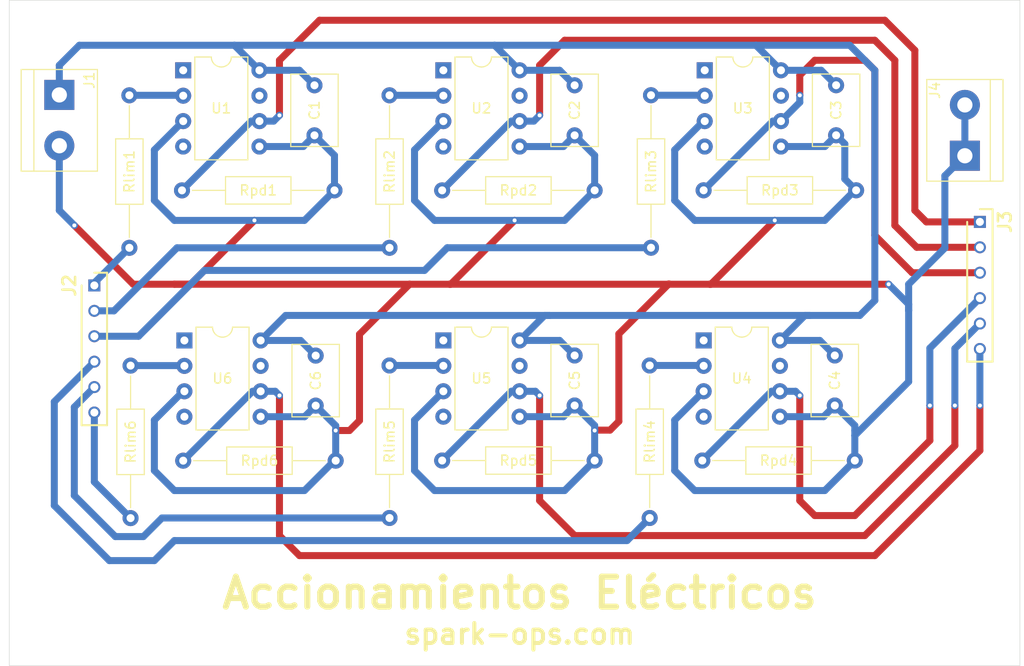
<source format=kicad_pcb>
(kicad_pcb (version 20240108) (generator "pcbnew") (generator_version "8.0")
  (layers (0 "F.Cu" signal) (31 "B.Cu" signal) (34 "B.Paste" user) (35 "F.Paste" user) (36 "B.SilkS" user "B.Silkscreen") (37 "F.SilkS" user "F.Silkscreen") (38 "B.Mask" user) (39 "F.Mask" user) (44 "Edge.Cuts" user))
  (net 0 "")
  (net 1 "VDC")
  (net 2 "GND")
  (net 3 "S3")
  (net 4 "S2")
  (net 5 "S1")
  (net 6 "S4")
  (net 7 "S5")
  (net 8 "S6")
  (net 9 "Q1")
  (net 10 "Q5")
  (net 11 "Q2")
  (net 12 "Q4")
  (net 13 "Q3")
  (net 14 "Q6")
  (net 15 "Net-(U1-A)")
  (net 16 "Net-(U2-A)")
  (net 17 "Net-(U3-A)")
  (net 18 "Net-(U4-A)")
  (net 19 "Net-(U5-A)")
  (net 20 "Net-(U6-A)")
  (footprint "Capacitor_THT:C_Rect_L7.0mm_W4.5mm_P5.00mm" (layer "F.Cu") (at 128.989001 99.280699 -90)
    (property "Reference" "C6" (at 2.5 0 90) (layer "F.SilkS"))
    (property "Value" "0.1uF")
    (pad "1" thru_hole circle (at 0 0 270) (size 1.6 1.6) (drill 0.8) (layers "*.Cu" "*.Mask") (net 1 "VDC"))
    (pad "2" thru_hole circle (at 5 0 270) (size 1.6 1.6) (drill 0.8) (layers "*.Cu" "*.Mask") (net 2 "GND"))
  )
  (footprint "Resistor_THT:R_Axial_DIN0207_L6.3mm_D2.5mm_P15.24mm_Horizontal" (layer "F.Cu") (at 141.628335 109.767047)
    (property "Reference" "Rpd5" (at 7.62 0 0) (layer "F.SilkS"))
    (property "Value" "10ohm")
    (pad "1" thru_hole circle (at 0 0) (size 1.6 1.6) (drill 0.8) (layers "*.Cu" "*.Mask") (net 10 "Q5"))
    (pad "2" thru_hole oval (at 15.24 0) (size 1.6 1.6) (drill 0.8) (layers "*.Cu" "*.Mask") (net 2 "GND"))
  )
  (footprint "Resistor_THT:R_Axial_DIN0207_L6.3mm_D2.5mm_P15.24mm_Horizontal" (layer "F.Cu") (at 115.749001 109.780699)
    (property "Reference" "Rpd6" (at 7.62 0 0) (layer "F.SilkS"))
    (property "Value" "10ohm")
    (pad "1" thru_hole circle (at 0 0) (size 1.6 1.6) (drill 0.8) (layers "*.Cu" "*.Mask") (net 14 "Q6"))
    (pad "2" thru_hole oval (at 15.24 0) (size 1.6 1.6) (drill 0.8) (layers "*.Cu" "*.Mask") (net 2 "GND"))
  )
  (footprint "sparkOpsHuellas:ConnSocket6" (layer "F.Cu") (at 106.868335 92.267047 -90)
    (property "Reference" "J2" (at 0 2.5 90) (layer "F.SilkS") (effects (font (size 1.27 1.27) (thickness 0.254))))
    (property "Value" "EntradaSeñales" (hide yes))
    (pad "1" thru_hole rect (at 0 0 270) (size 1.2 1.2) (drill 0.8) (layers "*.Cu" "*.Mask") (net 5 "S1"))
    (pad "2" thru_hole circle (at 2.54 0 270) (size 1.2 1.2) (drill 0.8) (layers "*.Cu" "*.Mask") (net 4 "S2"))
    (pad "3" thru_hole circle (at 5.08 0 270) (size 1.2 1.2) (drill 0.8) (layers "*.Cu" "*.Mask") (net 3 "S3"))
    (pad "4" thru_hole circle (at 7.62 0 270) (size 1.2 1.2) (drill 0.8) (layers "*.Cu" "*.Mask") (net 6 "S4"))
    (pad "5" thru_hole circle (at 10.16 0 270) (size 1.2 1.2) (drill 0.8) (layers "*.Cu" "*.Mask") (net 7 "S5"))
    (pad "6" thru_hole circle (at 12.7 0 270) (size 1.2 1.2) (drill 0.8) (layers "*.Cu" "*.Mask") (net 8 "S6"))
  )
  (footprint "Resistor_THT:R_Axial_DIN0207_L6.3mm_D2.5mm_P15.24mm_Horizontal" (layer "F.Cu") (at 110.368335 88.507047 90)
    (property "Reference" "Rlim1" (at 7.62 0 90) (layer "F.SilkS"))
    (property "Value" "100ohm")
    (pad "1" thru_hole circle (at 0 0 90) (size 1.6 1.6) (drill 0.8) (layers "*.Cu" "*.Mask") (net 5 "S1"))
    (pad "2" thru_hole oval (at 15.24 0 90) (size 1.6 1.6) (drill 0.8) (layers "*.Cu" "*.Mask") (net 15 "Net-(U1-A)"))
  )
  (footprint "Package_DIP:DIP-8_W7.62mm" (layer "F.Cu") (at 115.868335 97.767047)
    (property "Reference" "U6" (at 3.8 3.8 0) (layer "F.SilkS"))
    (property "Value" "TLP250")
    (pad "1" thru_hole rect (at 0 0) (size 1.6 1.6) (drill 0.8) (layers "*.Cu" "*.Mask"))
    (pad "2" thru_hole oval (at 0 2.54) (size 1.6 1.6) (drill 0.8) (layers "*.Cu" "*.Mask") (net 20 "Net-(U6-A)"))
    (pad "3" thru_hole oval (at 0 5.08) (size 1.6 1.6) (drill 0.8) (layers "*.Cu" "*.Mask") (net 2 "GND"))
    (pad "4" thru_hole oval (at 0 7.62) (size 1.6 1.6) (drill 0.8) (layers "*.Cu" "*.Mask"))
    (pad "5" thru_hole oval (at 7.62 7.62) (size 1.6 1.6) (drill 0.8) (layers "*.Cu" "*.Mask") (net 2 "GND"))
    (pad "6" thru_hole oval (at 7.62 5.08) (size 1.6 1.6) (drill 0.8) (layers "*.Cu" "*.Mask") (net 14 "Q6"))
    (pad "7" thru_hole oval (at 7.62 2.54) (size 1.6 1.6) (drill 0.8) (layers "*.Cu" "*.Mask"))
    (pad "8" thru_hole oval (at 7.62 0) (size 1.6 1.6) (drill 0.8) (layers "*.Cu" "*.Mask") (net 1 "VDC"))
  )
  (footprint "Resistor_THT:R_Axial_DIN0207_L6.3mm_D2.5mm_P15.24mm_Horizontal" (layer "F.Cu") (at 136.368335 88.507047 90)
    (property "Reference" "Rlim2" (at 7.62 0 90) (layer "F.SilkS"))
    (property "Value" "100ohm")
    (pad "1" thru_hole circle (at 0 0 90) (size 1.6 1.6) (drill 0.8) (layers "*.Cu" "*.Mask") (net 4 "S2"))
    (pad "2" thru_hole oval (at 15.24 0 90) (size 1.6 1.6) (drill 0.8) (layers "*.Cu" "*.Mask") (net 16 "Net-(U2-A)"))
  )
  (footprint "TerminalBlock:TerminalBlock_bornier-2_P5.08mm" (layer "F.Cu") (at 193.868335 79.307047 90)
    (property "Reference" "J4" (at 6.54 -3 90) (layer "F.SilkS"))
    (property "Value" "Tierra")
    (pad "1" thru_hole rect (at 0 0 90) (size 3 3) (drill 1.52) (layers "*.Cu" "*.Mask") (net 2 "GND"))
    (pad "2" thru_hole circle (at 5.08 0 90) (size 3 3) (drill 1.52) (layers "*.Cu" "*.Mask") (net 2 "GND"))
  )
  (footprint "Capacitor_THT:C_Rect_L7.0mm_W4.5mm_P5.00mm" (layer "F.Cu") (at 128.868335 72.267047 -90)
    (property "Reference" "C1" (at 2.5 0 90) (layer "F.SilkS"))
    (property "Value" "0.1uF")
    (pad "1" thru_hole circle (at 0 0 270) (size 1.6 1.6) (drill 0.8) (layers "*.Cu" "*.Mask") (net 1 "VDC"))
    (pad "2" thru_hole circle (at 5 0 270) (size 1.6 1.6) (drill 0.8) (layers "*.Cu" "*.Mask") (net 2 "GND"))
  )
  (footprint "Resistor_THT:R_Axial_DIN0207_L6.3mm_D2.5mm_P15.24mm_Horizontal" (layer "F.Cu") (at 136.368335 115.507047 90)
    (property "Reference" "Rlim5" (at 7.62 0 90) (layer "F.SilkS"))
    (property "Value" "100ohm")
    (pad "1" thru_hole circle (at 0 0 90) (size 1.6 1.6) (drill 0.8) (layers "*.Cu" "*.Mask") (net 7 "S5"))
    (pad "2" thru_hole oval (at 15.24 0 90) (size 1.6 1.6) (drill 0.8) (layers "*.Cu" "*.Mask") (net 19 "Net-(U5-A)"))
  )
  (footprint "sparkOpsHuellas:ConnSocket6" (layer "F.Cu") (at 195.368335 85.917047 -90)
    (property "Reference" "J3" (at 0 -2.5 -90) (layer "F.SilkS") (effects (font (size 1.27 1.27) (thickness 0.254))))
    (property "Value" "SalidaSeñales" (hide yes))
    (pad "1" thru_hole rect (at 0 0 270) (size 1.2 1.2) (drill 0.8) (layers "*.Cu" "*.Mask") (net 9 "Q1"))
    (pad "2" thru_hole circle (at 2.54 0 270) (size 1.2 1.2) (drill 0.8) (layers "*.Cu" "*.Mask") (net 11 "Q2"))
    (pad "3" thru_hole circle (at 5.08 0 270) (size 1.2 1.2) (drill 0.8) (layers "*.Cu" "*.Mask") (net 13 "Q3"))
    (pad "4" thru_hole circle (at 7.62 0 270) (size 1.2 1.2) (drill 0.8) (layers "*.Cu" "*.Mask") (net 12 "Q4"))
    (pad "5" thru_hole circle (at 10.16 0 270) (size 1.2 1.2) (drill 0.8) (layers "*.Cu" "*.Mask") (net 10 "Q5"))
    (pad "6" thru_hole circle (at 12.7 0 270) (size 1.2 1.2) (drill 0.8) (layers "*.Cu" "*.Mask") (net 14 "Q6"))
  )
  (footprint "Package_DIP:DIP-8_W7.62mm" (layer "F.Cu") (at 141.747857 97.763282)
    (property "Reference" "U5" (at 3.8 3.8 0) (layer "F.SilkS"))
    (property "Value" "TLP250")
    (pad "1" thru_hole rect (at 0 0) (size 1.6 1.6) (drill 0.8) (layers "*.Cu" "*.Mask"))
    (pad "2" thru_hole oval (at 0 2.54) (size 1.6 1.6) (drill 0.8) (layers "*.Cu" "*.Mask") (net 19 "Net-(U5-A)"))
    (pad "3" thru_hole oval (at 0 5.08) (size 1.6 1.6) (drill 0.8) (layers "*.Cu" "*.Mask") (net 2 "GND"))
    (pad "4" thru_hole oval (at 0 7.62) (size 1.6 1.6) (drill 0.8) (layers "*.Cu" "*.Mask"))
    (pad "5" thru_hole oval (at 7.62 7.62) (size 1.6 1.6) (drill 0.8) (layers "*.Cu" "*.Mask") (net 2 "GND"))
    (pad "6" thru_hole oval (at 7.62 5.08) (size 1.6 1.6) (drill 0.8) (layers "*.Cu" "*.Mask") (net 10 "Q5"))
    (pad "7" thru_hole oval (at 7.62 2.54) (size 1.6 1.6) (drill 0.8) (layers "*.Cu" "*.Mask"))
    (pad "8" thru_hole oval (at 7.62 0) (size 1.6 1.6) (drill 0.8) (layers "*.Cu" "*.Mask") (net 1 "VDC"))
  )
  (footprint "Resistor_THT:R_Axial_DIN0207_L6.3mm_D2.5mm_P15.24mm_Horizontal" (layer "F.Cu") (at 162.368335 115.507047 90)
    (property "Reference" "Rlim4" (at 7.62 0 90) (layer "F.SilkS"))
    (property "Value" "100ohm")
    (pad "1" thru_hole circle (at 0 0 90) (size 1.6 1.6) (drill 0.8) (layers "*.Cu" "*.Mask") (net 6 "S4"))
    (pad "2" thru_hole oval (at 15.24 0 90) (size 1.6 1.6) (drill 0.8) (layers "*.Cu" "*.Mask") (net 18 "Net-(U4-A)"))
  )
  (footprint "Package_DIP:DIP-8_W7.62mm" (layer "F.Cu") (at 167.868335 70.767047)
    (property "Reference" "U3" (at 3.8 3.8 0) (layer "F.SilkS"))
    (property "Value" "TLP250")
    (pad "1" thru_hole rect (at 0 0) (size 1.6 1.6) (drill 0.8) (layers "*.Cu" "*.Mask"))
    (pad "2" thru_hole oval (at 0 2.54) (size 1.6 1.6) (drill 0.8) (layers "*.Cu" "*.Mask") (net 17 "Net-(U3-A)"))
    (pad "3" thru_hole oval (at 0 5.08) (size 1.6 1.6) (drill 0.8) (layers "*.Cu" "*.Mask") (net 2 "GND"))
    (pad "4" thru_hole oval (at 0 7.62) (size 1.6 1.6) (drill 0.8) (layers "*.Cu" "*.Mask"))
    (pad "5" thru_hole oval (at 7.62 7.62) (size 1.6 1.6) (drill 0.8) (layers "*.Cu" "*.Mask") (net 2 "GND"))
    (pad "6" thru_hole oval (at 7.62 5.08) (size 1.6 1.6) (drill 0.8) (layers "*.Cu" "*.Mask") (net 13 "Q3"))
    (pad "7" thru_hole oval (at 7.62 2.54) (size 1.6 1.6) (drill 0.8) (layers "*.Cu" "*.Mask"))
    (pad "8" thru_hole oval (at 7.62 0) (size 1.6 1.6) (drill 0.8) (layers "*.Cu" "*.Mask") (net 1 "VDC"))
  )
  (footprint "Capacitor_THT:C_Rect_L7.0mm_W4.5mm_P5.00mm" (layer "F.Cu") (at 154.868335 99.267047 -90)
    (property "Reference" "C5" (at 2.5 0 90) (layer "F.SilkS"))
    (property "Value" "0.1uF")
    (pad "1" thru_hole circle (at 0 0 270) (size 1.6 1.6) (drill 0.8) (layers "*.Cu" "*.Mask") (net 1 "VDC"))
    (pad "2" thru_hole circle (at 5 0 270) (size 1.6 1.6) (drill 0.8) (layers "*.Cu" "*.Mask") (net 2 "GND"))
  )
  (footprint "Resistor_THT:R_Axial_DIN0207_L6.3mm_D2.5mm_P15.24mm_Horizontal" (layer "F.Cu") (at 115.628335 82.767047)
    (property "Reference" "Rpd1" (at 7.62 0 0) (layer "F.SilkS"))
    (property "Value" "10ohm")
    (pad "1" thru_hole circle (at 0 0) (size 1.6 1.6) (drill 0.8) (layers "*.Cu" "*.Mask") (net 9 "Q1"))
    (pad "2" thru_hole oval (at 15.24 0) (size 1.6 1.6) (drill 0.8) (layers "*.Cu" "*.Mask") (net 2 "GND"))
  )
  (footprint "Resistor_THT:R_Axial_DIN0207_L6.3mm_D2.5mm_P15.24mm_Horizontal" (layer "F.Cu") (at 141.628335 82.767047)
    (property "Reference" "Rpd2" (at 7.62 0 0) (layer "F.SilkS"))
    (property "Value" "10ohm")
    (pad "1" thru_hole circle (at 0 0) (size 1.6 1.6) (drill 0.8) (layers "*.Cu" "*.Mask") (net 11 "Q2"))
    (pad "2" thru_hole oval (at 15.24 0) (size 1.6 1.6) (drill 0.8) (layers "*.Cu" "*.Mask") (net 2 "GND"))
  )
  (footprint "Package_DIP:DIP-8_W7.62mm" (layer "F.Cu") (at 141.748526 70.76787)
    (property "Reference" "U2" (at 3.8 3.8 0) (layer "F.SilkS"))
    (property "Value" "TLP250")
    (pad "1" thru_hole rect (at 0 0) (size 1.6 1.6) (drill 0.8) (layers "*.Cu" "*.Mask"))
    (pad "2" thru_hole oval (at 0 2.54) (size 1.6 1.6) (drill 0.8) (layers "*.Cu" "*.Mask") (net 16 "Net-(U2-A)"))
    (pad "3" thru_hole oval (at 0 5.08) (size 1.6 1.6) (drill 0.8) (layers "*.Cu" "*.Mask") (net 2 "GND"))
    (pad "4" thru_hole oval (at 0 7.62) (size 1.6 1.6) (drill 0.8) (layers "*.Cu" "*.Mask"))
    (pad "5" thru_hole oval (at 7.62 7.62) (size 1.6 1.6) (drill 0.8) (layers "*.Cu" "*.Mask") (net 2 "GND"))
    (pad "6" thru_hole oval (at 7.62 5.08) (size 1.6 1.6) (drill 0.8) (layers "*.Cu" "*.Mask") (net 11 "Q2"))
    (pad "7" thru_hole oval (at 7.62 2.54) (size 1.6 1.6) (drill 0.8) (layers "*.Cu" "*.Mask"))
    (pad "8" thru_hole oval (at 7.62 0) (size 1.6 1.6) (drill 0.8) (layers "*.Cu" "*.Mask") (net 1 "VDC"))
  )
  (footprint "Package_DIP:DIP-8_W7.62mm" (layer "F.Cu") (at 115.748335 70.767047)
    (property "Reference" "U1" (at 3.8 3.8 0) (layer "F.SilkS"))
    (property "Value" "TLP250")
    (pad "1" thru_hole rect (at 0 0) (size 1.6 1.6) (drill 0.8) (layers "*.Cu" "*.Mask"))
    (pad "2" thru_hole oval (at 0 2.54) (size 1.6 1.6) (drill 0.8) (layers "*.Cu" "*.Mask") (net 15 "Net-(U1-A)"))
    (pad "3" thru_hole oval (at 0 5.08) (size 1.6 1.6) (drill 0.8) (layers "*.Cu" "*.Mask") (net 2 "GND"))
    (pad "4" thru_hole oval (at 0 7.62) (size 1.6 1.6) (drill 0.8) (layers "*.Cu" "*.Mask"))
    (pad "5" thru_hole oval (at 7.62 7.62) (size 1.6 1.6) (drill 0.8) (layers "*.Cu" "*.Mask") (net 2 "GND"))
    (pad "6" thru_hole oval (at 7.62 5.08) (size 1.6 1.6) (drill 0.8) (layers "*.Cu" "*.Mask") (net 9 "Q1"))
    (pad "7" thru_hole oval (at 7.62 2.54) (size 1.6 1.6) (drill 0.8) (layers "*.Cu" "*.Mask"))
    (pad "8" thru_hole oval (at 7.62 0) (size 1.6 1.6) (drill 0.8) (layers "*.Cu" "*.Mask") (net 1 "VDC"))
  )
  (footprint "Capacitor_THT:C_Rect_L7.0mm_W4.5mm_P5.00mm" (layer "F.Cu") (at 154.868335 72.267047 -90)
    (property "Reference" "C2" (at 2.5 0 90) (layer "F.SilkS"))
    (property "Value" "0.1uF")
    (pad "1" thru_hole circle (at 0 0 270) (size 1.6 1.6) (drill 0.8) (layers "*.Cu" "*.Mask") (net 1 "VDC"))
    (pad "2" thru_hole circle (at 5 0 270) (size 1.6 1.6) (drill 0.8) (layers "*.Cu" "*.Mask") (net 2 "GND"))
  )
  (footprint "Package_DIP:DIP-8_W7.62mm" (layer "F.Cu") (at 167.762563 97.763501)
    (property "Reference" "U4" (at 3.8 3.8 0) (layer "F.SilkS"))
    (property "Value" "TLP250")
    (pad "1" thru_hole rect (at 0 0) (size 1.6 1.6) (drill 0.8) (layers "*.Cu" "*.Mask"))
    (pad "2" thru_hole oval (at 0 2.54) (size 1.6 1.6) (drill 0.8) (layers "*.Cu" "*.Mask") (net 18 "Net-(U4-A)"))
    (pad "3" thru_hole oval (at 0 5.08) (size 1.6 1.6) (drill 0.8) (layers "*.Cu" "*.Mask") (net 2 "GND"))
    (pad "4" thru_hole oval (at 0 7.62) (size 1.6 1.6) (drill 0.8) (layers "*.Cu" "*.Mask"))
    (pad "5" thru_hole oval (at 7.62 7.62) (size 1.6 1.6) (drill 0.8) (layers "*.Cu" "*.Mask") (net 2 "GND"))
    (pad "6" thru_hole oval (at 7.62 5.08) (size 1.6 1.6) (drill 0.8) (layers "*.Cu" "*.Mask") (net 12 "Q4"))
    (pad "7" thru_hole oval (at 7.62 2.54) (size 1.6 1.6) (drill 0.8) (layers "*.Cu" "*.Mask"))
    (pad "8" thru_hole oval (at 7.62 0) (size 1.6 1.6) (drill 0.8) (layers "*.Cu" "*.Mask") (net 1 "VDC"))
  )
  (footprint "Resistor_THT:R_Axial_DIN0207_L6.3mm_D2.5mm_P15.24mm_Horizontal" (layer "F.Cu") (at 162.5 88.5 90)
    (property "Reference" "Rlim3" (at 7.62 0 90) (layer "F.SilkS"))
    (property "Value" "100ohm")
    (pad "1" thru_hole circle (at 0 0 90) (size 1.6 1.6) (drill 0.8) (layers "*.Cu" "*.Mask") (net 3 "S3"))
    (pad "2" thru_hole oval (at 15.24 0 90) (size 1.6 1.6) (drill 0.8) (layers "*.Cu" "*.Mask") (net 17 "Net-(U3-A)"))
  )
  (footprint "Resistor_THT:R_Axial_DIN0207_L6.3mm_D2.5mm_P15.24mm_Horizontal" (layer "F.Cu") (at 167.76 82.76)
    (property "Reference" "Rpd3" (at 7.62 0 0) (layer "F.SilkS"))
    (property "Value" "10ohm")
    (pad "1" thru_hole circle (at 0 0) (size 1.6 1.6) (drill 0.8) (layers "*.Cu" "*.Mask") (net 13 "Q3"))
    (pad "2" thru_hole oval (at 15.24 0) (size 1.6 1.6) (drill 0.8) (layers "*.Cu" "*.Mask") (net 2 "GND"))
  )
  (footprint "Capacitor_THT:C_Rect_L7.0mm_W4.5mm_P5.00mm" (layer "F.Cu") (at 180.868335 99.267047 -90)
    (property "Reference" "C4" (at 2.5 0 90) (layer "F.SilkS"))
    (property "Value" "0.1uF")
    (pad "1" thru_hole circle (at 0 0 270) (size 1.6 1.6) (drill 0.8) (layers "*.Cu" "*.Mask") (net 1 "VDC"))
    (pad "2" thru_hole circle (at 5 0 270) (size 1.6 1.6) (drill 0.8) (layers "*.Cu" "*.Mask") (net 2 "GND"))
  )
  (footprint "Resistor_THT:R_Axial_DIN0207_L6.3mm_D2.5mm_P15.24mm_Horizontal" (layer "F.Cu") (at 110.489001 115.520699 90)
    (property "Reference" "Rlim6" (at 7.62 0 90) (layer "F.SilkS"))
    (property "Value" "100ohm")
    (pad "1" thru_hole circle (at 0 0 90) (size 1.6 1.6) (drill 0.8) (layers "*.Cu" "*.Mask") (net 8 "S6"))
    (pad "2" thru_hole oval (at 15.24 0 90) (size 1.6 1.6) (drill 0.8) (layers "*.Cu" "*.Mask") (net 20 "Net-(U6-A)"))
  )
  (footprint "TerminalBlock:TerminalBlock_bornier-2_P5.08mm" (layer "F.Cu") (at 103.368335 73.227047 -90)
    (property "Reference" "J1" (at -1.46 -3 90) (layer "F.SilkS"))
    (property "Value" "Vcc")
    (pad "1" thru_hole rect (at 0 0 270) (size 3 3) (drill 1.52) (layers "*.Cu" "*.Mask") (net 1 "VDC"))
    (pad "2" thru_hole circle (at 5.08 0 270) (size 3 3) (drill 1.52) (layers "*.Cu" "*.Mask") (net 2 "GND"))
  )
  (footprint "Resistor_THT:R_Axial_DIN0207_L6.3mm_D2.5mm_P15.24mm_Horizontal" (layer "F.Cu") (at 167.628335 109.767047)
    (property "Reference" "Rpd4" (at 7.62 0 0) (layer "F.SilkS"))
    (property "Value" "10ohm")
    (pad "1" thru_hole circle (at 0 0) (size 1.6 1.6) (drill 0.8) (layers "*.Cu" "*.Mask") (net 12 "Q4"))
    (pad "2" thru_hole oval (at 15.24 0) (size 1.6 1.6) (drill 0.8) (layers "*.Cu" "*.Mask") (net 2 "GND"))
  )
  (footprint "Capacitor_THT:C_Rect_L7.0mm_W4.5mm_P5.00mm" (layer "F.Cu") (at 181 72.26 -90)
    (property "Reference" "C3" (at 2.5 0 90) (layer "F.SilkS"))
    (property "Value" "0.1uF")
    (pad "1" thru_hole circle (at 0 0 270) (size 1.6 1.6) (drill 0.8) (layers "*.Cu" "*.Mask") (net 1 "VDC"))
    (pad "2" thru_hole circle (at 5 0 270) (size 1.6 1.6) (drill 0.8) (layers "*.Cu" "*.Mask") (net 2 "GND"))
  )
  (gr_rect (start 98.368335 63.767047) (end 199.368335 130.267047) (stroke (width 0.05)) (fill none) (layer "Edge.Cuts"))
  (gr_text "spark-ops.com" (at 149.368335 128.267047 0) (layer "F.SilkS") (effects (font (size 2 2) (thickness 0.4) (bold yes)) (justify bottom)))
  (gr_text "Accionamientos Eléctricos" (at 149.368335 124.767047 0) (layer "F.SilkS") (effects (font (size 3 3) (thickness 0.6) (bold yes)) (justify bottom)))
  (segment (start 175.382563 97.763501) (end 179.364789 97.763501) (width 0.7) (layer "B.Cu") (net 1))
  (segment (start 149.367857 97.763282) (end 153.36457 97.763282) (width 0.7) (layer "B.Cu") (net 1))
  (segment (start 103.368335 73.227047) (end 103.368335 70.267047) (width 0.7) (layer "B.Cu") (net 1))
  (segment (start 127.475349 97.767047) (end 128.989001 99.280699) (width 0.7) (layer "B.Cu") (net 1))
  (segment (start 151.864092 95.267047) (end 152.368335 95.267047) (width 0.7) (layer "B.Cu") (net 1))
  (segment (start 152.368335 95.267047) (end 125.988335 95.267047) (width 0.7) (layer "B.Cu") (net 1))
  (segment (start 120.868335 68.267047) (end 146.867703 68.267047) (width 0.7) (layer "B.Cu") (net 1))
  (segment (start 149.367857 97.763282) (end 151.864092 95.267047) (width 0.7) (layer "B.Cu") (net 1))
  (segment (start 183.368335 95.267047) (end 178.368335 95.267047) (width 0.7) (layer "B.Cu") (net 1))
  (segment (start 177.879017 95.267047) (end 178.368335 95.267047) (width 0.7) (layer "B.Cu") (net 1))
  (segment (start 105.368335 68.267047) (end 120.868335 68.267047) (width 0.7) (layer "B.Cu") (net 1))
  (segment (start 178.368335 95.267047) (end 152.368335 95.267047) (width 0.7) (layer "B.Cu") (net 1))
  (segment (start 125.988335 95.267047) (end 123.488335 97.767047) (width 0.7) (layer "B.Cu") (net 1))
  (segment (start 153.369158 70.76787) (end 154.868335 72.267047) (width 0.7) (layer "B.Cu") (net 1))
  (segment (start 123.488335 97.767047) (end 127.475349 97.767047) (width 0.7) (layer "B.Cu") (net 1))
  (segment (start 184.868335 70.767047) (end 184.868335 93.767047) (width 0.7) (layer "B.Cu") (net 1))
  (segment (start 175.488335 70.767047) (end 179.507047 70.767047) (width 0.7) (layer "B.Cu") (net 1))
  (segment (start 127.368335 70.767047) (end 128.868335 72.267047) (width 0.7) (layer "B.Cu") (net 1))
  (segment (start 175.382563 97.763501) (end 177.879017 95.267047) (width 0.7) (layer "B.Cu") (net 1))
  (segment (start 153.36457 97.763282) (end 154.868335 99.267047) (width 0.7) (layer "B.Cu") (net 1))
  (segment (start 146.867703 68.267047) (end 172.988335 68.267047) (width 0.7) (layer "B.Cu") (net 1))
  (segment (start 179.364789 97.763501) (end 180.868335 99.267047) (width 0.7) (layer "B.Cu") (net 1))
  (segment (start 146.867703 68.267047) (end 149.368526 70.76787) (width 0.7) (layer "B.Cu") (net 1))
  (segment (start 172.988335 68.267047) (end 175.488335 70.767047) (width 0.7) (layer "B.Cu") (net 1))
  (segment (start 149.368526 70.76787) (end 153.369158 70.76787) (width 0.7) (layer "B.Cu") (net 1))
  (segment (start 172.988335 68.267047) (end 182.368335 68.267047) (width 0.7) (layer "B.Cu") (net 1))
  (segment (start 123.368335 70.767047) (end 127.368335 70.767047) (width 0.7) (layer "B.Cu") (net 1))
  (segment (start 120.868335 68.267047) (end 123.368335 70.767047) (width 0.7) (layer "B.Cu") (net 1))
  (segment (start 182.368335 68.267047) (end 184.868335 70.767047) (width 0.7) (layer "B.Cu") (net 1))
  (segment (start 103.368335 70.267047) (end 105.368335 68.267047) (width 0.7) (layer "B.Cu") (net 1))
  (segment (start 184.868335 93.767047) (end 183.368335 95.267047) (width 0.7) (layer "B.Cu") (net 1))
  (segment (start 179.507047 70.767047) (end 181 72.26) (width 0.7) (layer "B.Cu") (net 1))
  (segment (start 133.368335 105.767047) (end 133.368335 97.147047) (width 0.7) (layer "F.Cu") (net 2))
  (segment (start 168.368335 92.147047) (end 186.248335 92.147047) (width 0.7) (layer "F.Cu") (net 2))
  (segment (start 168.368335 92.147047) (end 168.488335 92.147047) (width 0.7) (layer "F.Cu") (net 2))
  (segment (start 168.488335 92.147047) (end 174.868335 85.767047) (width 0.7) (layer "F.Cu") (net 2))
  (segment (start 159.286202 97.109109) (end 164.286202 92.109109) (width 0.7) (layer "F.Cu") (net 2))
  (segment (start 138.368335 92.147047) (end 142.368335 92.147047) (width 0.7) (layer "F.Cu") (net 2))
  (segment (start 130.989001 106.767047) (end 132.368335 106.767047) (width 0.7) (layer "F.Cu") (net 2))
  (segment (start 158.406273 106.729109) (end 159.286202 105.84918) (width 0.7) (layer "F.Cu") (net 2))
  (segment (start 104.868335 86.267047) (end 110.748335 92.147047) (width 0.7) (layer "F.Cu") (net 2))
  (segment (start 114.868335 92.147047) (end 116.488335 92.147047) (width 0.7) (layer "F.Cu") (net 2))
  (segment (start 132.368335 106.767047) (end 133.368335 105.767047) (width 0.7) (layer "F.Cu") (net 2))
  (segment (start 142.368335 92.147047) (end 142.488335 92.147047) (width 0.7) (layer "F.Cu") (net 2))
  (segment (start 116.488335 92.147047) (end 122.868335 85.767047) (width 0.7) (layer "F.Cu") (net 2))
  (segment (start 156.906868 106.729109) (end 158.406273 106.729109) (width 0.7) (layer "F.Cu") (net 2))
  (segment (start 114.868335 92.147047) (end 138.368335 92.147047) (width 0.7) (layer "F.Cu") (net 2))
  (segment (start 110.748335 92.147047) (end 114.868335 92.147047) (width 0.7) (layer "F.Cu") (net 2))
  (segment (start 159.286202 105.84918) (end 159.286202 97.109109) (width 0.7) (layer "F.Cu") (net 2))
  (segment (start 142.488335 92.147047) (end 148.868335 85.767047) (width 0.7) (layer "F.Cu") (net 2))
  (segment (start 133.368335 97.147047) (end 138.368335 92.147047) (width 0.7) (layer "F.Cu") (net 2))
  (segment (start 142.368335 92.147047) (end 168.368335 92.147047) (width 0.7) (layer "F.Cu") (net 2))
  (via (at 122.868335 85.767047) (size 0.7) (drill 0.4) (layers "F.Cu" "B.Cu") (net 2))
  (via (at 156.868335 106.767047) (size 0.7) (drill 0.4) (layers "F.Cu" "B.Cu") (net 2))
  (via (at 104.868335 86.267047) (size 0.7) (drill 0.4) (layers "F.Cu" "B.Cu") (net 2))
  (via (at 130.989001 106.767047) (size 0.7) (drill 0.4) (layers "F.Cu" "B.Cu") (net 2))
  (via (at 174.868335 85.767047) (size 0.7) (drill 0.4) (layers "F.Cu" "B.Cu") (net 2))
  (via (at 186.248335 92.147047) (size 0.7) (drill 0.4) (layers "F.Cu" "B.Cu") (net 2))
  (via (at 148.868335 85.767047) (size 0.7) (drill 0.4) (layers "F.Cu" "B.Cu") (net 2))
  (segment (start 127.882653 105.387047) (end 128.989001 104.280699) (width 0.7) (layer "B.Cu") (net 2))
  (segment (start 188.248335 92.147047) (end 191.868335 88.527047) (width 0.7) (layer "B.Cu") (net 2))
  (segment (start 182.868335 106.267047) (end 180.868335 104.267047) (width 0.7) (layer "B.Cu") (net 2))
  (segment (start 156.868335 106.767047) (end 156.868335 106.267047) (width 0.7) (layer "B.Cu") (net 2))
  (segment (start 103.368335 84.767047) (end 104.868335 86.267047) (width 0.7) (layer "B.Cu") (net 2))
  (segment (start 179.868335 112.767047) (end 182.868335 109.767047) (width 0.7) (layer "B.Cu") (net 2))
  (segment (start 149.368526 78.38787) (end 153.747512 78.38787) (width 0.7) (layer "B.Cu") (net 2))
  (segment (start 112.868335 110.767047) (end 114.868335 112.767047) (width 0.7) (layer "B.Cu") (net 2))
  (segment (start 183 82.76) (end 181.868335 81.628335) (width 0.7) (layer "B.Cu") (net 2))
  (segment (start 188.248335 94.767047) (end 188.248335 92.147047) (width 0.7) (layer "B.Cu") (net 2))
  (segment (start 112.868335 78.727047) (end 112.868335 83.767047) (width 0.7) (layer "B.Cu") (net 2))
  (segment (start 140.868335 85.767047) (end 153.868335 85.767047) (width 0.7) (layer "B.Cu") (net 2))
  (segment (start 149.367857 105.383282) (end 153.7521 105.383282) (width 0.7) (layer "B.Cu") (net 2))
  (segment (start 181.868335 78.128335) (end 181 77.26) (width 0.7) (layer "B.Cu") (net 2))
  (segment (start 112.868335 105.727047) (end 112.868335 110.767047) (width 0.7) (layer "B.Cu") (net 2))
  (segment (start 191.868335 88.527047) (end 191.868335 81.307047) (width 0.7) (layer "B.Cu") (net 2))
  (segment (start 175.488335 78.387047) (end 179.872953 78.387047) (width 0.7) (layer "B.Cu") (net 2))
  (segment (start 164.868335 105.727047) (end 164.868335 110.767047) (width 0.7) (layer "B.Cu") (net 2))
  (segment (start 114.868335 85.767047) (end 127.868335 85.767047) (width 0.7) (layer "B.Cu") (net 2))
  (segment (start 182.868335 107.267047) (end 182.868335 106.767047) (width 0.7) (layer "B.Cu") (net 2))
  (segment (start 140.868335 112.767047) (end 153.868335 112.767047) (width 0.7) (layer "B.Cu") (net 2))
  (segment (start 156.868335 82.767047) (end 156.868335 79.267047) (width 0.7) (layer "B.Cu") (net 2))
  (segment (start 127.748335 78.387047) (end 128.868335 77.267047) (width 0.7) (layer "B.Cu") (net 2))
  (segment (start 114.868335 112.767047) (end 127.868335 112.767047) (width 0.7) (layer "B.Cu") (net 2))
  (segment (start 130.989001 109.780699) (end 130.989001 106.767047) (width 0.7) (layer "B.Cu") (net 2))
  (segment (start 175.382563 105.383501) (end 179.751881 105.383501) (width 0.7) (layer "B.Cu") (net 2))
  (segment (start 182.868335 109.767047) (end 182.868335 107.267047) (width 0.7) (layer "B.Cu") (net 2))
  (segment (start 181.868335 81.628335) (end 181.868335 78.128335) (width 0.7) (layer "B.Cu") (net 2))
  (segment (start 112.868335 83.767047) (end 114.868335 85.767047) (width 0.7) (layer "B.Cu") (net 2))
  (segment (start 138.868335 110.767047) (end 140.868335 112.767047) (width 0.7) (layer "B.Cu") (net 2))
  (segment (start 115.748335 102.847047) (end 112.868335 105.727047) (width 0.7) (layer "B.Cu") (net 2))
  (segment (start 115.748335 75.847047) (end 112.868335 78.727047) (width 0.7) (layer "B.Cu") (net 2))
  (segment (start 191.868335 81.307047) (end 193.868335 79.307047) (width 0.7) (layer "B.Cu") (net 2))
  (segment (start 123.488335 105.387047) (end 127.882653 105.387047) (width 0.7) (layer "B.Cu") (net 2))
  (segment (start 127.868335 85.767047) (end 130.868335 82.767047) (width 0.7) (layer "B.Cu") (net 2))
  (segment (start 164.868335 83.767047) (end 166.868335 85.767047) (width 0.7) (layer "B.Cu") (net 2))
  (segment (start 186.248335 92.147047) (end 188.248335 94.147047) (width 0.7) (layer "B.Cu") (net 2))
  (segment (start 141.748335 75.847047) (end 138.868335 78.727047) (width 0.7) (layer "B.Cu") (net 2))
  (segment (start 164.868335 110.767047) (end 166.868335 112.767047) (width 0.7) (layer "B.Cu") (net 2))
  (segment (start 188.248335 94.147047) (end 188.248335 94.767047) (width 0.7) (layer "B.Cu") (net 2))
  (segment (start 166.868335 85.767047) (end 179.868335 85.767047) (width 0.7) (layer "B.Cu") (net 2))
  (segment (start 156.868335 79.267047) (end 154.868335 77.267047) (width 0.7) (layer "B.Cu") (net 2))
  (segment (start 153.868335 112.767047) (end 156.868335 109.767047) (width 0.7) (layer "B.Cu") (net 2))
  (segment (start 179.872953 78.387047) (end 181 77.26) (width 0.7) (layer "B.Cu") (net 2))
  (segment (start 130.989001 106.280699) (end 128.989001 104.280699) (width 0.7) (layer "B.Cu") (net 2))
  (segment (start 103.368335 78.307047) (end 103.368335 84.767047) (width 0.7) (layer "B.Cu") (net 2))
  (segment (start 138.868335 105.727047) (end 138.868335 110.767047) (width 0.7) (layer "B.Cu") (net 2))
  (segment (start 153.7521 105.383282) (end 154.868335 104.267047) (width 0.7) (layer "B.Cu") (net 2))
  (segment (start 188.248335 101.887047) (end 188.248335 94.767047) (width 0.7) (layer "B.Cu") (net 2))
  (segment (start 123.368335 78.387047) (end 127.748335 78.387047) (width 0.7) (layer "B.Cu") (net 2))
  (segment (start 153.747512 78.38787) (end 154.868335 77.267047) (width 0.7) (layer "B.Cu") (net 2))
  (segment (start 156.868335 106.267047) (end 154.868335 104.267047) (width 0.7) (layer "B.Cu") (net 2))
  (segment (start 182.868335 107.267047) (end 188.248335 101.887047) (width 0.7) (layer "B.Cu") (net 2))
  (segment (start 167.748335 75.847047) (end 164.868335 78.727047) (width 0.7) (layer "B.Cu") (net 2))
  (segment (start 153.868335 85.767047) (end 156.868335 82.767047) (width 0.7) (layer "B.Cu") (net 2))
  (segment (start 127.868335 112.767047) (end 130.868335 109.767047) (width 0.7) (layer "B.Cu") (net 2))
  (segment (start 138.868335 83.767047) (end 140.868335 85.767047) (width 0.7) (layer "B.Cu") (net 2))
  (segment (start 179.751881 105.383501) (end 180.868335 104.267047) (width 0.7) (layer "B.Cu") (net 2))
  (segment (start 130.868335 82.767047) (end 130.868335 79.267047) (width 0.7) (layer "B.Cu") (net 2))
  (segment (start 130.868335 79.267047) (end 128.868335 77.267047) (width 0.7) (layer "B.Cu") (net 2))
  (segment (start 138.868335 78.727047) (end 138.868335 83.767047) (width 0.7) (layer "B.Cu") (net 2))
  (segment (start 167.748335 102.847047) (end 164.868335 105.727047) (width 0.7) (layer "B.Cu") (net 2))
  (segment (start 182.868335 106.767047) (end 182.868335 106.267047) (width 0.7) (layer "B.Cu") (net 2))
  (segment (start 164.868335 78.727047) (end 164.868335 83.767047) (width 0.7) (layer "B.Cu") (net 2))
  (segment (start 166.868335 112.767047) (end 179.868335 112.767047) (width 0.7) (layer "B.Cu") (net 2))
  (segment (start 130.989001 106.767047) (end 130.989001 106.280699) (width 0.7) (layer "B.Cu") (net 2))
  (segment (start 193.868335 74.227047) (end 193.868335 79.307047) (width 0.7) (layer "B.Cu") (net 2))
  (segment (start 156.868335 109.767047) (end 156.868335 106.767047) (width 0.7) (layer "B.Cu") (net 2))
  (segment (start 179.868335 85.767047) (end 182.868335 82.767047) (width 0.7) (layer "B.Cu") (net 2))
  (segment (start 141.748335 102.847047) (end 138.868335 105.727047) (width 0.7) (layer "B.Cu") (net 2))
  (segment (start 142.135382 88.5) (end 162.5 88.5) (width 0.7) (layer "B.Cu") (net 3))
  (segment (start 106.868335 97.347047) (end 111.288335 97.347047) (width 0.7) (layer "B.Cu") (net 3))
  (segment (start 117.868335 90.767047) (end 139.868335 90.767047) (width 0.7) (layer "B.Cu") (net 3))
  (segment (start 139.868335 90.767047) (end 142.135382 88.5) (width 0.7) (layer "B.Cu") (net 3))
  (segment (start 111.288335 97.347047) (end 117.868335 90.767047) (width 0.7) (layer "B.Cu") (net 3))
  (segment (start 106.868335 94.807047) (end 108.828335 94.807047) (width 0.7) (layer "B.Cu") (net 4))
  (segment (start 108.828335 94.807047) (end 115.128335 88.507047) (width 0.7) (layer "B.Cu") (net 4))
  (segment (start 115.128335 88.507047) (end 136.368335 88.507047) (width 0.7) (layer "B.Cu") (net 4))
  (segment (start 106.868335 92.267047) (end 106.868335 92.007047) (width 0.7) (layer "B.Cu") (net 5))
  (segment (start 106.868335 92.007047) (end 110.368335 88.507047) (width 0.7) (layer "B.Cu") (net 5))
  (segment (start 114.868335 117.767047) (end 160.108335 117.767047) (width 0.7) (layer "B.Cu") (net 6))
  (segment (start 160.108335 117.767047) (end 162.368335 115.507047) (width 0.7) (layer "B.Cu") (net 6))
  (segment (start 102.868335 114.267047) (end 108.368335 119.767047) (width 0.7) (layer "B.Cu") (net 6))
  (segment (start 112.868335 119.767047) (end 114.868335 117.767047) (width 0.7) (layer "B.Cu") (net 6))
  (segment (start 106.868335 99.887047) (end 102.868335 103.887047) (width 0.7) (layer "B.Cu") (net 6))
  (segment (start 108.368335 119.767047) (end 112.868335 119.767047) (width 0.7) (layer "B.Cu") (net 6))
  (segment (start 102.868335 103.887047) (end 102.868335 114.267047) (width 0.7) (layer "B.Cu") (net 6))
  (segment (start 104.868335 113.267047) (end 108.968335 117.367047) (width 0.7) (layer "B.Cu") (net 7))
  (segment (start 111.768335 117.367047) (end 113.628335 115.507047) (width 0.7) (layer "B.Cu") (net 7))
  (segment (start 113.628335 115.507047) (end 136.368335 115.507047) (width 0.7) (layer "B.Cu") (net 7))
  (segment (start 108.968335 117.367047) (end 111.768335 117.367047) (width 0.7) (layer "B.Cu") (net 7))
  (segment (start 104.868335 104.427047) (end 104.868335 113.267047) (width 0.7) (layer "B.Cu") (net 7))
  (segment (start 106.868335 102.427047) (end 104.868335 104.427047) (width 0.7) (layer "B.Cu") (net 7))
  (segment (start 106.868335 111.900033) (end 110.489001 115.520699) (width 0.7) (layer "B.Cu") (net 8))
  (segment (start 106.868335 104.967047) (end 106.868335 111.900033) (width 0.7) (layer "B.Cu") (net 8))
  (segment (start 129.368335 65.767047) (end 185.868335 65.767047) (width 0.7) (layer "F.Cu") (net 9))
  (segment (start 188.868335 84.767047) (end 190.018335 85.917047) (width 0.7) (layer "F.Cu") (net 9))
  (segment (start 125.368335 75.267047) (end 125.368335 69.767047) (width 0.7) (layer "F.Cu") (net 9))
  (segment (start 125.368335 69.767047) (end 129.368335 65.767047) (width 0.7) (layer "F.Cu") (net 9))
  (segment (start 188.868335 68.767047) (end 188.868335 84.767047) (width 0.7) (layer "F.Cu") (net 9))
  (segment (start 190.018335 85.917047) (end 195.368335 85.917047) (width 0.7) (layer "F.Cu") (net 9))
  (segment (start 185.868335 65.767047) (end 188.868335 68.767047) (width 0.7) (layer "F.Cu") (net 9))
  (via (at 125.368335 75.267047) (size 0.7) (drill 0.4) (layers "F.Cu" "B.Cu") (net 9))
  (segment (start 123.368335 75.847047) (end 124.788335 75.847047) (width 0.7) (layer "B.Cu") (net 9))
  (segment (start 124.788335 75.847047) (end 125.368335 75.267047) (width 0.7) (layer "B.Cu") (net 9))
  (segment (start 115.628335 82.767047) (end 122.548335 75.847047) (width 0.7) (layer "B.Cu") (net 9))
  (segment (start 122.548335 75.847047) (end 123.368335 75.847047) (width 0.7) (layer "B.Cu") (net 9))
  (segment (start 151.368335 113.767047) (end 154.868335 117.267047) (width 0.7) (layer "F.Cu") (net 10))
  (segment (start 151.368335 103.267047) (end 151.368335 113.767047) (width 0.7) (layer "F.Cu") (net 10))
  (segment (start 183.868335 117.267047) (end 192.868335 108.267047) (width 0.7) (layer "F.Cu") (net 10))
  (segment (start 192.868335 108.267047) (end 192.868335 104.267047) (width 0.7) (layer "F.Cu") (net 10))
  (segment (start 154.868335 117.267047) (end 183.868335 117.267047) (width 0.7) (layer "F.Cu") (net 10))
  (via (at 192.868335 104.267047) (size 0.7) (drill 0.4) (layers "F.Cu" "B.Cu") (net 10))
  (via (at 151.368335 103.267047) (size 0.7) (drill 0.4) (layers "F.Cu" "B.Cu") (net 10))
  (segment (start 150.948335 102.847047) (end 151.368335 103.267047) (width 0.7) (layer "B.Cu") (net 10))
  (segment (start 192.868335 98.577047) (end 195.368335 96.077047) (width 0.7) (layer "B.Cu") (net 10))
  (segment (start 141.628335 109.767047) (end 148.5521 102.843282) (width 0.7) (layer "B.Cu") (net 10))
  (segment (start 148.5521 102.843282) (end 149.367857 102.843282) (width 0.7) (layer "B.Cu") (net 10))
  (segment (start 192.868335 104.267047) (end 192.868335 98.577047) (width 0.7) (layer "B.Cu") (net 10))
  (segment (start 149.488335 102.847047) (end 150.948335 102.847047) (width 0.7) (layer "B.Cu") (net 10))
  (segment (start 151.368335 70.267047) (end 153.868335 67.767047) (width 0.7) (layer "F.Cu") (net 11))
  (segment (start 151.368335 75.267047) (end 151.368335 70.267047) (width 0.7) (layer "F.Cu") (net 11))
  (segment (start 186.868335 69.767047) (end 186.868335 86.267047) (width 0.7) (layer "F.Cu") (net 11))
  (segment (start 153.868335 67.767047) (end 184.868335 67.767047) (width 0.7) (layer "F.Cu") (net 11))
  (segment (start 184.868335 67.767047) (end 186.868335 69.767047) (width 0.7) (layer "F.Cu") (net 11))
  (segment (start 189.058335 88.457047) (end 195.368335 88.457047) (width 0.7) (layer "F.Cu") (net 11))
  (segment (start 186.868335 86.267047) (end 189.058335 88.457047) (width 0.7) (layer "F.Cu") (net 11))
  (via (at 151.368335 75.267047) (size 0.7) (drill 0.4) (layers "F.Cu" "B.Cu") (net 11))
  (segment (start 149.368335 75.847047) (end 150.788335 75.847047) (width 0.7) (layer "B.Cu") (net 11))
  (segment (start 141.628335 82.767047) (end 148.547512 75.84787) (width 0.7) (layer "B.Cu") (net 11))
  (segment (start 150.788335 75.847047) (end 151.368335 75.267047) (width 0.7) (layer "B.Cu") (net 11))
  (segment (start 148.547512 75.84787) (end 149.368526 75.84787) (width 0.7) (layer "B.Cu") (net 11))
  (segment (start 190.368335 107.767047) (end 190.368335 104.267047) (width 0.7) (layer "F.Cu") (net 12))
  (segment (start 182.868335 115.267047) (end 190.368335 107.767047) (width 0.7) (layer "F.Cu") (net 12))
  (segment (start 178.868335 115.267047) (end 182.868335 115.267047) (width 0.7) (layer "F.Cu") (net 12))
  (segment (start 177.368335 113.767047) (end 178.868335 115.267047) (width 0.7) (layer "F.Cu") (net 12))
  (segment (start 177.368335 103.267047) (end 177.368335 113.767047) (width 0.7) (layer "F.Cu") (net 12))
  (via (at 190.368335 104.267047) (size 0.7) (drill 0.4) (layers "F.Cu" "B.Cu") (net 12))
  (via (at 177.368335 103.267047) (size 0.7) (drill 0.4) (layers "F.Cu" "B.Cu") (net 12))
  (segment (start 190.368335 98.537047) (end 190.368335 104.267047) (width 0.7) (layer "B.Cu") (net 12))
  (segment (start 167.628335 109.767047) (end 174.551881 102.843501) (width 0.7) (layer "B.Cu") (net 12))
  (segment (start 195.368335 93.537047) (end 190.368335 98.537047) (width 0.7) (layer "B.Cu") (net 12))
  (segment (start 175.488335 102.847047) (end 176.948335 102.847047) (width 0.7) (layer "B.Cu") (net 12))
  (segment (start 176.948335 102.847047) (end 177.368335 103.267047) (width 0.7) (layer "B.Cu") (net 12))
  (segment (start 174.551881 102.843501) (end 175.382563 102.843501) (width 0.7) (layer "B.Cu") (net 12))
  (segment (start 188.598335 90.997047) (end 195.368335 90.997047) (width 0.7) (layer "F.Cu") (net 13))
  (segment (start 177.368335 71.267047) (end 178.868335 69.767047) (width 0.7) (layer "F.Cu") (net 13))
  (segment (start 184.868335 87.267047) (end 188.598335 90.997047) (width 0.7) (layer "F.Cu") (net 13))
  (segment (start 177.368335 73.267047) (end 177.368335 71.267047) (width 0.7) (layer "F.Cu") (net 13))
  (segment (start 184.868335 70.767047) (end 184.868335 87.267047) (width 0.7) (layer "F.Cu") (net 13))
  (segment (start 183.868335 69.767047) (end 184.868335 70.767047) (width 0.7) (layer "F.Cu") (net 13))
  (segment (start 178.868335 69.767047) (end 183.868335 69.767047) (width 0.7) (layer "F.Cu") (net 13))
  (via (at 177.368335 73.267047) (size 0.7) (drill 0.4) (layers "F.Cu" "B.Cu") (net 13))
  (segment (start 174.672953 75.847047) (end 175.488335 75.847047) (width 0.7) (layer "B.Cu") (net 13))
  (segment (start 177.368335 73.967047) (end 177.368335 73.267047) (width 0.7) (layer "B.Cu") (net 13))
  (segment (start 167.76 82.76) (end 174.672953 75.847047) (width 0.7) (layer "B.Cu") (net 13))
  (segment (start 175.488335 75.847047) (end 177.368335 73.967047) (width 0.7) (layer "B.Cu") (net 13))
  (segment (start 125.368335 117.267047) (end 127.368335 119.267047) (width 0.7) (layer "F.Cu") (net 14))
  (segment (start 127.368335 119.267047) (end 184.868335 119.267047) (width 0.7) (layer "F.Cu") (net 14))
  (segment (start 125.368335 103.267047) (end 125.368335 117.267047) (width 0.7) (layer "F.Cu") (net 14))
  (segment (start 184.868335 119.267047) (end 195.368335 108.767047) (width 0.7) (layer "F.Cu") (net 14))
  (segment (start 195.368335 108.767047) (end 195.368335 104.267047) (width 0.7) (layer "F.Cu") (net 14))
  (via (at 195.368335 104.267047) (size 0.7) (drill 0.4) (layers "F.Cu" "B.Cu") (net 14))
  (via (at 125.368335 103.267047) (size 0.7) (drill 0.4) (layers "F.Cu" "B.Cu") (net 14))
  (segment (start 195.368335 104.267047) (end 195.368335 98.617047) (width 0.7) (layer "B.Cu") (net 14))
  (segment (start 115.749001 109.780699) (end 122.682653 102.847047) (width 0.7) (layer "B.Cu") (net 14))
  (segment (start 122.682653 102.847047) (end 123.488335 102.847047) (width 0.7) (layer "B.Cu") (net 14))
  (segment (start 123.488335 102.847047) (end 124.948335 102.847047) (width 0.7) (layer "B.Cu") (net 14))
  (segment (start 124.948335 102.847047) (end 125.368335 103.267047) (width 0.7) (layer "B.Cu") (net 14))
  (segment (start 110.368335 73.267047) (end 115.708335 73.267047) (width 0.7) (layer "B.Cu") (net 15))
  (segment (start 115.708335 73.267047) (end 115.748335 73.307047) (width 0.7) (layer "B.Cu") (net 15))
  (segment (start 136.368335 73.267047) (end 141.707703 73.267047) (width 0.7) (layer "B.Cu") (net 16))
  (segment (start 141.707703 73.267047) (end 141.748526 73.30787) (width 0.7) (layer "B.Cu") (net 16))
  (segment (start 167.821288 73.26) (end 167.868335 73.307047) (width 0.7) (layer "B.Cu") (net 17))
  (segment (start 162.5 73.26) (end 167.821288 73.26) (width 0.7) (layer "B.Cu") (net 17))
  (segment (start 167.726109 100.267047) (end 167.762563 100.303501) (width 0.7) (layer "B.Cu") (net 18))
  (segment (start 162.368335 100.267047) (end 167.726109 100.267047) (width 0.7) (layer "B.Cu") (net 18))
  (segment (start 141.711622 100.267047) (end 141.747857 100.303282) (width 0.7) (layer "B.Cu") (net 19))
  (segment (start 136.368335 100.267047) (end 141.711622 100.267047) (width 0.7) (layer "B.Cu") (net 19))
  (segment (start 115.841987 100.280699) (end 115.868335 100.307047) (width 0.7) (layer "B.Cu") (net 20))
  (segment (start 110.489001 100.280699) (end 115.841987 100.280699) (width 0.7) (layer "B.Cu") (net 20))
)
</source>
